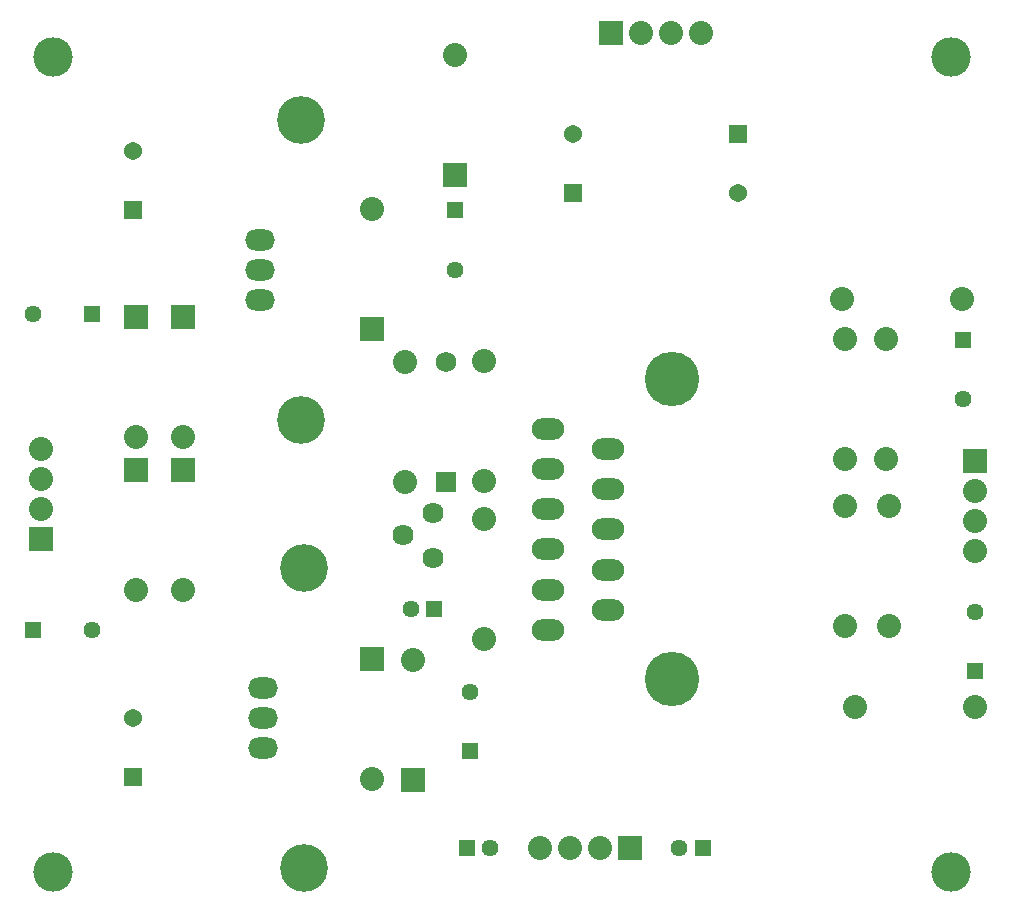
<source format=gbs>
G04 #@! TF.FileFunction,Soldermask,Bot*
%FSLAX46Y46*%
G04 Gerber Fmt 4.6, Leading zero omitted, Abs format (unit mm)*
G04 Created by KiCad (PCBNEW 4.0.2-stable) date 2016-12-17 4:16:28 PM*
%MOMM*%
G01*
G04 APERTURE LIST*
%ADD10C,0.200000*%
%ADD11R,1.440000X1.440000*%
%ADD12C,1.440000*%
%ADD13R,1.540000X1.540000*%
%ADD14C,1.540000*%
%ADD15C,2.038980*%
%ADD16O,2.539360X1.784980*%
%ADD17O,2.539360X1.787520*%
%ADD18C,4.040500*%
%ADD19R,2.038980X2.038980*%
%ADD20O,2.740020X1.840860*%
%ADD21C,4.612000*%
%ADD22O,2.038980X2.038980*%
%ADD23C,3.342000*%
%ADD24C,1.739260*%
%ADD25R,1.739260X1.739260*%
%ADD26C,1.790060*%
G04 APERTURE END LIST*
D10*
D11*
X135250000Y-135750000D03*
D12*
X135250000Y-130750000D03*
D11*
X135000000Y-144000000D03*
D12*
X137000000Y-144000000D03*
D11*
X155000000Y-144000000D03*
D12*
X153000000Y-144000000D03*
D13*
X144000000Y-88500000D03*
D14*
X144000000Y-83500000D03*
D13*
X158000000Y-83500000D03*
D14*
X158000000Y-88500000D03*
D11*
X178000000Y-129000000D03*
D12*
X178000000Y-124000000D03*
D11*
X177000000Y-101000000D03*
D12*
X177000000Y-106000000D03*
D13*
X106750000Y-90000000D03*
D14*
X106750000Y-85000000D03*
D13*
X106750000Y-138000000D03*
D14*
X106750000Y-133000000D03*
D11*
X134000000Y-90000000D03*
D12*
X134000000Y-95000000D03*
D15*
X129750000Y-113000000D03*
X129750000Y-102840000D03*
X167000000Y-100900000D03*
X167000000Y-111060000D03*
X170500000Y-111000000D03*
X170500000Y-100840000D03*
X167000000Y-125200000D03*
X167000000Y-115040000D03*
X170750000Y-115000000D03*
X170750000Y-125160000D03*
X178000000Y-132000000D03*
X167840000Y-132000000D03*
X166750000Y-97500000D03*
X176910000Y-97500000D03*
D16*
X117500000Y-97540000D03*
D17*
X117500000Y-95000000D03*
X117500000Y-92460000D03*
D18*
X120992500Y-107700000D03*
X120992500Y-82300000D03*
D16*
X117750000Y-135540000D03*
D17*
X117750000Y-133000000D03*
X117750000Y-130460000D03*
D18*
X121242500Y-145700000D03*
X121242500Y-120300000D03*
D15*
X130497460Y-128090000D03*
D19*
X130497460Y-138250000D03*
D15*
X133997460Y-76840000D03*
D19*
X133997460Y-87000000D03*
D15*
X127002540Y-138160000D03*
D19*
X127002540Y-128000000D03*
D15*
X126997460Y-89840000D03*
D19*
X126997460Y-100000000D03*
D15*
X111002540Y-122160000D03*
D19*
X111002540Y-112000000D03*
D15*
X111002540Y-109160000D03*
D19*
X111002540Y-99000000D03*
D15*
X107002540Y-122160000D03*
D19*
X107002540Y-112000000D03*
D15*
X107002540Y-109160000D03*
D19*
X107002540Y-99000000D03*
D20*
X141920000Y-108501160D03*
X147000000Y-110200420D03*
X141920000Y-111899680D03*
X147000000Y-113598940D03*
X141920000Y-115300740D03*
X147000000Y-117000000D03*
X141920000Y-118699260D03*
X147000000Y-120401060D03*
X141920000Y-122100320D03*
X147000000Y-123799580D03*
X141920000Y-125498840D03*
D21*
X152387340Y-129700000D03*
X152387340Y-104300000D03*
D22*
X141190000Y-144000000D03*
D19*
X148810000Y-144000000D03*
D22*
X146270000Y-144000000D03*
X143730000Y-144000000D03*
X178000000Y-118810000D03*
D19*
X178000000Y-111190000D03*
D22*
X178000000Y-113730000D03*
X178000000Y-116270000D03*
X99000000Y-110190000D03*
D19*
X99000000Y-117810000D03*
D22*
X99000000Y-115270000D03*
X99000000Y-112730000D03*
X154810000Y-75000000D03*
D19*
X147190000Y-75000000D03*
D22*
X149730000Y-75000000D03*
X152270000Y-75000000D03*
D23*
X176000000Y-77000000D03*
X176000000Y-146000000D03*
X100000000Y-77000000D03*
X100000000Y-146000000D03*
D11*
X132250000Y-123750000D03*
D12*
X130250000Y-123750000D03*
D24*
X133247460Y-102839480D03*
D25*
X133247460Y-112999480D03*
D15*
X136500000Y-102750000D03*
X136500000Y-112910000D03*
X136500000Y-126250000D03*
X136500000Y-116090000D03*
D26*
X132135000Y-115595000D03*
X129595000Y-117500000D03*
X132135000Y-119405000D03*
D11*
X103250000Y-98750000D03*
D12*
X98250000Y-98750000D03*
D11*
X98250000Y-125500000D03*
D12*
X103250000Y-125500000D03*
M02*

</source>
